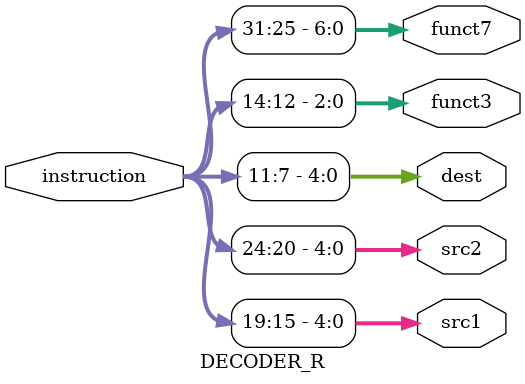
<source format=sv>
module DECODER_R (
	input  [31:0] instruction,
	output [4:0] src1,
	output [4:0] src2,
	output [4:0] dest,
	output [2:0] funct3,
	output [6:0] funct7
);

	assign src1 	= instruction[19:15];
	assign src2 	= instruction[24:20];
	assign dest 	= instruction[11:7];
	assign funct3 	= instruction[14:12];
	assign funct7 	= instruction[31:25];

endmodule
</source>
